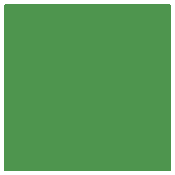
<source format=gbr>
%TF.GenerationSoftware,KiCad,Pcbnew,(6.0.11)*%
%TF.CreationDate,2023-12-04T14:39:31+00:00*%
%TF.ProjectId,EcoIDSolder,45636f49-4453-46f6-9c64-65722e6b6963,rev?*%
%TF.SameCoordinates,Original*%
%TF.FileFunction,Legend,Bot*%
%TF.FilePolarity,Positive*%
%FSLAX46Y46*%
G04 Gerber Fmt 4.6, Leading zero omitted, Abs format (unit mm)*
G04 Created by KiCad (PCBNEW (6.0.11)) date 2023-12-04 14:39:31*
%MOMM*%
%LPD*%
G01*
G04 APERTURE LIST*
%ADD10C,0.150000*%
G04 APERTURE END LIST*
D10*
X140600000Y-92303553D02*
X154600000Y-92303553D01*
X154600000Y-92303553D02*
X154600000Y-106303553D01*
X154600000Y-106303553D02*
X140600000Y-106303553D01*
X140600000Y-106303553D02*
X140600000Y-92303553D01*
G36*
X140600000Y-92303553D02*
G01*
X154600000Y-92303553D01*
X154600000Y-106303553D01*
X140600000Y-106303553D01*
X140600000Y-92303553D01*
G37*
M02*

</source>
